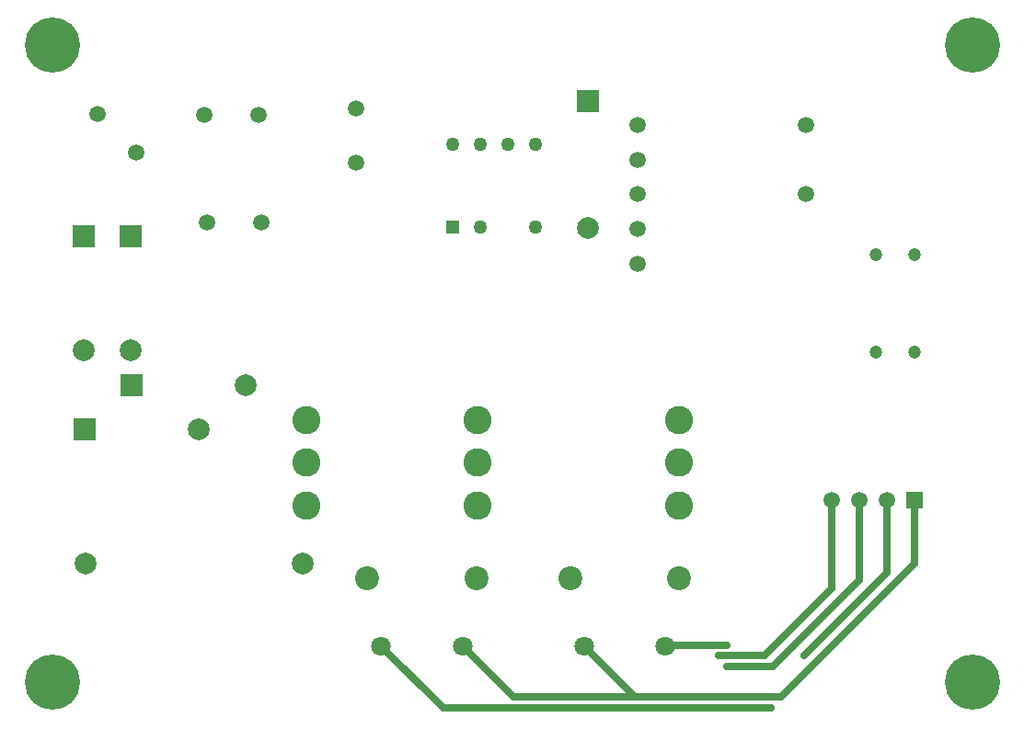
<source format=gtl>
%FSLAX25Y25*%
%MOIN*%
G70*
G01*
G75*
G04 Layer_Physical_Order=1*
G04 Layer_Color=255*
%ADD10C,0.02500*%
%ADD11C,0.10236*%
%ADD12R,0.07874X0.07874*%
%ADD13C,0.07874*%
%ADD14C,0.08661*%
%ADD15C,0.07087*%
%ADD16C,0.04724*%
%ADD17C,0.20000*%
%ADD18C,0.05906*%
%ADD19R,0.05906X0.05906*%
%ADD20R,0.07874X0.07874*%
%ADD21R,0.05000X0.05000*%
%ADD22C,0.05000*%
%ADD23C,0.02500*%
D10*
X4268236Y1738000D02*
X4387000D01*
X4245736Y1760500D02*
X4268236Y1738000D01*
X4293764Y1742000D02*
X4390500D01*
X4275264Y1760500D02*
X4293764Y1742000D01*
X4390500D02*
X4438890Y1790390D01*
X4408890Y1781390D02*
Y1813500D01*
X4384500Y1757000D02*
X4408890Y1781390D01*
X4368000Y1757000D02*
X4384500D01*
X4349004Y1760740D02*
X4371000D01*
X4399000Y1757000D02*
X4429000Y1787000D01*
Y1813500D01*
X4419000Y1784500D02*
Y1813500D01*
X4387760Y1753260D02*
X4419000Y1784500D01*
X4371000Y1753260D02*
X4387760D01*
X4319236Y1760500D02*
X4337618Y1742118D01*
X4438890Y1790390D02*
Y1813500D01*
D11*
X4218500Y1827000D02*
D03*
Y1811409D02*
D03*
Y1842591D02*
D03*
X4280500Y1827000D02*
D03*
Y1811409D02*
D03*
Y1842591D02*
D03*
X4353500Y1827000D02*
D03*
Y1811409D02*
D03*
Y1842591D02*
D03*
D12*
X4320500Y1958000D02*
D03*
X4155000Y1909091D02*
D03*
X4138000D02*
D03*
D13*
X4320500Y1912000D02*
D03*
X4138630Y1790500D02*
D03*
X4217370D02*
D03*
X4179591Y1839000D02*
D03*
X4196590Y1855000D02*
D03*
X4155000Y1867909D02*
D03*
X4138000D02*
D03*
D14*
X4280185Y1785106D02*
D03*
X4240815D02*
D03*
X4314315D02*
D03*
X4353685D02*
D03*
D15*
X4275264Y1760500D02*
D03*
X4245736D02*
D03*
X4319236D02*
D03*
X4348764D02*
D03*
D16*
X4438890Y1902500D02*
D03*
X4425110D02*
D03*
Y1867000D02*
D03*
X4438890D02*
D03*
D17*
X4460000Y1978500D02*
D03*
X4126500D02*
D03*
Y1747500D02*
D03*
X4460000D02*
D03*
D18*
X4408890Y1813500D02*
D03*
X4418890D02*
D03*
X4428890D02*
D03*
X4143040Y1953460D02*
D03*
X4156960Y1939540D02*
D03*
X4201185Y1953000D02*
D03*
X4181500D02*
D03*
X4202185Y1914000D02*
D03*
X4182500D02*
D03*
X4236500Y1955343D02*
D03*
Y1935657D02*
D03*
X4399524Y1924303D02*
D03*
Y1949500D02*
D03*
X4338500Y1899106D02*
D03*
Y1911705D02*
D03*
Y1924303D02*
D03*
Y1936902D02*
D03*
Y1949500D02*
D03*
D19*
X4438890Y1813500D02*
D03*
D20*
X4138409Y1839000D02*
D03*
X4155409Y1855000D02*
D03*
D21*
X4271500Y1912500D02*
D03*
D22*
X4281500D02*
D03*
X4301500D02*
D03*
X4271500Y1942500D02*
D03*
X4281500D02*
D03*
X4291500D02*
D03*
X4301500D02*
D03*
D23*
X4387000Y1738000D02*
D03*
X4371000Y1760740D02*
D03*
X4399000Y1757000D02*
D03*
X4395240Y1760740D02*
D03*
X4371000Y1753260D02*
D03*
X4368000Y1757000D02*
D03*
M02*

</source>
